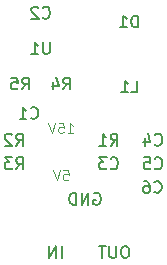
<source format=gbo>
%TF.GenerationSoftware,KiCad,Pcbnew,(5.1.7)-1*%
%TF.CreationDate,2022-01-04T16:45:12+01:00*%
%TF.ProjectId,psu-module-positive,7073752d-6d6f-4647-956c-652d706f7369,rev?*%
%TF.SameCoordinates,Original*%
%TF.FileFunction,Legend,Bot*%
%TF.FilePolarity,Positive*%
%FSLAX46Y46*%
G04 Gerber Fmt 4.6, Leading zero omitted, Abs format (unit mm)*
G04 Created by KiCad (PCBNEW (5.1.7)-1) date 2022-01-04 16:45:12*
%MOMM*%
%LPD*%
G01*
G04 APERTURE LIST*
%ADD10C,0.125000*%
%ADD11C,0.150000*%
%ADD12C,1.200000*%
%ADD13R,1.700000X1.700000*%
%ADD14O,1.700000X1.700000*%
G04 APERTURE END LIST*
D10*
X20661904Y-21034523D02*
X21066666Y-21034523D01*
X21107142Y-21439285D01*
X21066666Y-21398809D01*
X20985714Y-21358333D01*
X20783333Y-21358333D01*
X20702380Y-21398809D01*
X20661904Y-21439285D01*
X20621428Y-21520238D01*
X20621428Y-21722619D01*
X20661904Y-21803571D01*
X20702380Y-21844047D01*
X20783333Y-21884523D01*
X20985714Y-21884523D01*
X21066666Y-21844047D01*
X21107142Y-21803571D01*
X20378571Y-21034523D02*
X20095238Y-21884523D01*
X19811904Y-21034523D01*
X21026190Y-17884523D02*
X21511904Y-17884523D01*
X21269047Y-17884523D02*
X21269047Y-17034523D01*
X21350000Y-17155952D01*
X21430952Y-17236904D01*
X21511904Y-17277380D01*
X20257142Y-17034523D02*
X20661904Y-17034523D01*
X20702380Y-17439285D01*
X20661904Y-17398809D01*
X20580952Y-17358333D01*
X20378571Y-17358333D01*
X20297619Y-17398809D01*
X20257142Y-17439285D01*
X20216666Y-17520238D01*
X20216666Y-17722619D01*
X20257142Y-17803571D01*
X20297619Y-17844047D01*
X20378571Y-17884523D01*
X20580952Y-17884523D01*
X20661904Y-17844047D01*
X20702380Y-17803571D01*
X19973809Y-17034523D02*
X19690476Y-17884523D01*
X19407142Y-17034523D01*
D11*
X20523809Y-28452380D02*
X20523809Y-27452380D01*
X20047619Y-28452380D02*
X20047619Y-27452380D01*
X19476190Y-28452380D01*
X19476190Y-27452380D01*
X26000000Y-27452380D02*
X25809523Y-27452380D01*
X25714285Y-27500000D01*
X25619047Y-27595238D01*
X25571428Y-27785714D01*
X25571428Y-28119047D01*
X25619047Y-28309523D01*
X25714285Y-28404761D01*
X25809523Y-28452380D01*
X26000000Y-28452380D01*
X26095238Y-28404761D01*
X26190476Y-28309523D01*
X26238095Y-28119047D01*
X26238095Y-27785714D01*
X26190476Y-27595238D01*
X26095238Y-27500000D01*
X26000000Y-27452380D01*
X25142857Y-27452380D02*
X25142857Y-28261904D01*
X25095238Y-28357142D01*
X25047619Y-28404761D01*
X24952380Y-28452380D01*
X24761904Y-28452380D01*
X24666666Y-28404761D01*
X24619047Y-28357142D01*
X24571428Y-28261904D01*
X24571428Y-27452380D01*
X24238095Y-27452380D02*
X23666666Y-27452380D01*
X23952380Y-28452380D02*
X23952380Y-27452380D01*
X23261904Y-23000000D02*
X23357142Y-22952380D01*
X23500000Y-22952380D01*
X23642857Y-23000000D01*
X23738095Y-23095238D01*
X23785714Y-23190476D01*
X23833333Y-23380952D01*
X23833333Y-23523809D01*
X23785714Y-23714285D01*
X23738095Y-23809523D01*
X23642857Y-23904761D01*
X23500000Y-23952380D01*
X23404761Y-23952380D01*
X23261904Y-23904761D01*
X23214285Y-23857142D01*
X23214285Y-23523809D01*
X23404761Y-23523809D01*
X22785714Y-23952380D02*
X22785714Y-22952380D01*
X22214285Y-23952380D01*
X22214285Y-22952380D01*
X21738095Y-23952380D02*
X21738095Y-22952380D01*
X21500000Y-22952380D01*
X21357142Y-23000000D01*
X21261904Y-23095238D01*
X21214285Y-23190476D01*
X21166666Y-23380952D01*
X21166666Y-23523809D01*
X21214285Y-23714285D01*
X21261904Y-23809523D01*
X21357142Y-23904761D01*
X21500000Y-23952380D01*
X21738095Y-23952380D01*
X17166666Y-14202380D02*
X17500000Y-13726190D01*
X17738095Y-14202380D02*
X17738095Y-13202380D01*
X17357142Y-13202380D01*
X17261904Y-13250000D01*
X17214285Y-13297619D01*
X17166666Y-13392857D01*
X17166666Y-13535714D01*
X17214285Y-13630952D01*
X17261904Y-13678571D01*
X17357142Y-13726190D01*
X17738095Y-13726190D01*
X16261904Y-13202380D02*
X16738095Y-13202380D01*
X16785714Y-13678571D01*
X16738095Y-13630952D01*
X16642857Y-13583333D01*
X16404761Y-13583333D01*
X16309523Y-13630952D01*
X16261904Y-13678571D01*
X16214285Y-13773809D01*
X16214285Y-14011904D01*
X16261904Y-14107142D01*
X16309523Y-14154761D01*
X16404761Y-14202380D01*
X16642857Y-14202380D01*
X16738095Y-14154761D01*
X16785714Y-14107142D01*
X20666666Y-14202380D02*
X21000000Y-13726190D01*
X21238095Y-14202380D02*
X21238095Y-13202380D01*
X20857142Y-13202380D01*
X20761904Y-13250000D01*
X20714285Y-13297619D01*
X20666666Y-13392857D01*
X20666666Y-13535714D01*
X20714285Y-13630952D01*
X20761904Y-13678571D01*
X20857142Y-13726190D01*
X21238095Y-13726190D01*
X19809523Y-13535714D02*
X19809523Y-14202380D01*
X20047619Y-13154761D02*
X20285714Y-13869047D01*
X19666666Y-13869047D01*
X24666666Y-20857142D02*
X24714285Y-20904761D01*
X24857142Y-20952380D01*
X24952380Y-20952380D01*
X25095238Y-20904761D01*
X25190476Y-20809523D01*
X25238095Y-20714285D01*
X25285714Y-20523809D01*
X25285714Y-20380952D01*
X25238095Y-20190476D01*
X25190476Y-20095238D01*
X25095238Y-20000000D01*
X24952380Y-19952380D01*
X24857142Y-19952380D01*
X24714285Y-20000000D01*
X24666666Y-20047619D01*
X24333333Y-19952380D02*
X23714285Y-19952380D01*
X24047619Y-20333333D01*
X23904761Y-20333333D01*
X23809523Y-20380952D01*
X23761904Y-20428571D01*
X23714285Y-20523809D01*
X23714285Y-20761904D01*
X23761904Y-20857142D01*
X23809523Y-20904761D01*
X23904761Y-20952380D01*
X24190476Y-20952380D01*
X24285714Y-20904761D01*
X24333333Y-20857142D01*
X24666666Y-18952380D02*
X25000000Y-18476190D01*
X25238095Y-18952380D02*
X25238095Y-17952380D01*
X24857142Y-17952380D01*
X24761904Y-18000000D01*
X24714285Y-18047619D01*
X24666666Y-18142857D01*
X24666666Y-18285714D01*
X24714285Y-18380952D01*
X24761904Y-18428571D01*
X24857142Y-18476190D01*
X25238095Y-18476190D01*
X23714285Y-18952380D02*
X24285714Y-18952380D01*
X24000000Y-18952380D02*
X24000000Y-17952380D01*
X24095238Y-18095238D01*
X24190476Y-18190476D01*
X24285714Y-18238095D01*
X16666666Y-18952380D02*
X17000000Y-18476190D01*
X17238095Y-18952380D02*
X17238095Y-17952380D01*
X16857142Y-17952380D01*
X16761904Y-18000000D01*
X16714285Y-18047619D01*
X16666666Y-18142857D01*
X16666666Y-18285714D01*
X16714285Y-18380952D01*
X16761904Y-18428571D01*
X16857142Y-18476190D01*
X17238095Y-18476190D01*
X16285714Y-18047619D02*
X16238095Y-18000000D01*
X16142857Y-17952380D01*
X15904761Y-17952380D01*
X15809523Y-18000000D01*
X15761904Y-18047619D01*
X15714285Y-18142857D01*
X15714285Y-18238095D01*
X15761904Y-18380952D01*
X16333333Y-18952380D01*
X15714285Y-18952380D01*
X16666666Y-20952380D02*
X17000000Y-20476190D01*
X17238095Y-20952380D02*
X17238095Y-19952380D01*
X16857142Y-19952380D01*
X16761904Y-20000000D01*
X16714285Y-20047619D01*
X16666666Y-20142857D01*
X16666666Y-20285714D01*
X16714285Y-20380952D01*
X16761904Y-20428571D01*
X16857142Y-20476190D01*
X17238095Y-20476190D01*
X16333333Y-19952380D02*
X15714285Y-19952380D01*
X16047619Y-20333333D01*
X15904761Y-20333333D01*
X15809523Y-20380952D01*
X15761904Y-20428571D01*
X15714285Y-20523809D01*
X15714285Y-20761904D01*
X15761904Y-20857142D01*
X15809523Y-20904761D01*
X15904761Y-20952380D01*
X16190476Y-20952380D01*
X16285714Y-20904761D01*
X16333333Y-20857142D01*
X28366666Y-22857142D02*
X28414285Y-22904761D01*
X28557142Y-22952380D01*
X28652380Y-22952380D01*
X28795238Y-22904761D01*
X28890476Y-22809523D01*
X28938095Y-22714285D01*
X28985714Y-22523809D01*
X28985714Y-22380952D01*
X28938095Y-22190476D01*
X28890476Y-22095238D01*
X28795238Y-22000000D01*
X28652380Y-21952380D01*
X28557142Y-21952380D01*
X28414285Y-22000000D01*
X28366666Y-22047619D01*
X27509523Y-21952380D02*
X27700000Y-21952380D01*
X27795238Y-22000000D01*
X27842857Y-22047619D01*
X27938095Y-22190476D01*
X27985714Y-22380952D01*
X27985714Y-22761904D01*
X27938095Y-22857142D01*
X27890476Y-22904761D01*
X27795238Y-22952380D01*
X27604761Y-22952380D01*
X27509523Y-22904761D01*
X27461904Y-22857142D01*
X27414285Y-22761904D01*
X27414285Y-22523809D01*
X27461904Y-22428571D01*
X27509523Y-22380952D01*
X27604761Y-22333333D01*
X27795238Y-22333333D01*
X27890476Y-22380952D01*
X27938095Y-22428571D01*
X27985714Y-22523809D01*
X28416666Y-20857142D02*
X28464285Y-20904761D01*
X28607142Y-20952380D01*
X28702380Y-20952380D01*
X28845238Y-20904761D01*
X28940476Y-20809523D01*
X28988095Y-20714285D01*
X29035714Y-20523809D01*
X29035714Y-20380952D01*
X28988095Y-20190476D01*
X28940476Y-20095238D01*
X28845238Y-20000000D01*
X28702380Y-19952380D01*
X28607142Y-19952380D01*
X28464285Y-20000000D01*
X28416666Y-20047619D01*
X27511904Y-19952380D02*
X27988095Y-19952380D01*
X28035714Y-20428571D01*
X27988095Y-20380952D01*
X27892857Y-20333333D01*
X27654761Y-20333333D01*
X27559523Y-20380952D01*
X27511904Y-20428571D01*
X27464285Y-20523809D01*
X27464285Y-20761904D01*
X27511904Y-20857142D01*
X27559523Y-20904761D01*
X27654761Y-20952380D01*
X27892857Y-20952380D01*
X27988095Y-20904761D01*
X28035714Y-20857142D01*
X26988095Y-8952380D02*
X26988095Y-7952380D01*
X26750000Y-7952380D01*
X26607142Y-8000000D01*
X26511904Y-8095238D01*
X26464285Y-8190476D01*
X26416666Y-8380952D01*
X26416666Y-8523809D01*
X26464285Y-8714285D01*
X26511904Y-8809523D01*
X26607142Y-8904761D01*
X26750000Y-8952380D01*
X26988095Y-8952380D01*
X25464285Y-8952380D02*
X26035714Y-8952380D01*
X25750000Y-8952380D02*
X25750000Y-7952380D01*
X25845238Y-8095238D01*
X25940476Y-8190476D01*
X26035714Y-8238095D01*
X28416666Y-18857142D02*
X28464285Y-18904761D01*
X28607142Y-18952380D01*
X28702380Y-18952380D01*
X28845238Y-18904761D01*
X28940476Y-18809523D01*
X28988095Y-18714285D01*
X29035714Y-18523809D01*
X29035714Y-18380952D01*
X28988095Y-18190476D01*
X28940476Y-18095238D01*
X28845238Y-18000000D01*
X28702380Y-17952380D01*
X28607142Y-17952380D01*
X28464285Y-18000000D01*
X28416666Y-18047619D01*
X27559523Y-18285714D02*
X27559523Y-18952380D01*
X27797619Y-17904761D02*
X28035714Y-18619047D01*
X27416666Y-18619047D01*
X18916666Y-8107142D02*
X18964285Y-8154761D01*
X19107142Y-8202380D01*
X19202380Y-8202380D01*
X19345238Y-8154761D01*
X19440476Y-8059523D01*
X19488095Y-7964285D01*
X19535714Y-7773809D01*
X19535714Y-7630952D01*
X19488095Y-7440476D01*
X19440476Y-7345238D01*
X19345238Y-7250000D01*
X19202380Y-7202380D01*
X19107142Y-7202380D01*
X18964285Y-7250000D01*
X18916666Y-7297619D01*
X18535714Y-7297619D02*
X18488095Y-7250000D01*
X18392857Y-7202380D01*
X18154761Y-7202380D01*
X18059523Y-7250000D01*
X18011904Y-7297619D01*
X17964285Y-7392857D01*
X17964285Y-7488095D01*
X18011904Y-7630952D01*
X18583333Y-8202380D01*
X17964285Y-8202380D01*
X17916666Y-16607142D02*
X17964285Y-16654761D01*
X18107142Y-16702380D01*
X18202380Y-16702380D01*
X18345238Y-16654761D01*
X18440476Y-16559523D01*
X18488095Y-16464285D01*
X18535714Y-16273809D01*
X18535714Y-16130952D01*
X18488095Y-15940476D01*
X18440476Y-15845238D01*
X18345238Y-15750000D01*
X18202380Y-15702380D01*
X18107142Y-15702380D01*
X17964285Y-15750000D01*
X17916666Y-15797619D01*
X16964285Y-16702380D02*
X17535714Y-16702380D01*
X17250000Y-16702380D02*
X17250000Y-15702380D01*
X17345238Y-15845238D01*
X17440476Y-15940476D01*
X17535714Y-15988095D01*
X19511904Y-10202380D02*
X19511904Y-11011904D01*
X19464285Y-11107142D01*
X19416666Y-11154761D01*
X19321428Y-11202380D01*
X19130952Y-11202380D01*
X19035714Y-11154761D01*
X18988095Y-11107142D01*
X18940476Y-11011904D01*
X18940476Y-10202380D01*
X17940476Y-11202380D02*
X18511904Y-11202380D01*
X18226190Y-11202380D02*
X18226190Y-10202380D01*
X18321428Y-10345238D01*
X18416666Y-10440476D01*
X18511904Y-10488095D01*
X26416666Y-14452380D02*
X26892857Y-14452380D01*
X26892857Y-13452380D01*
X25559523Y-14452380D02*
X26130952Y-14452380D01*
X25845238Y-14452380D02*
X25845238Y-13452380D01*
X25940476Y-13595238D01*
X26035714Y-13690476D01*
X26130952Y-13738095D01*
%LPC*%
D12*
X22000000Y-20500000D03*
X19000000Y-20500000D03*
X22000000Y-18500000D03*
X19000000Y-18500000D03*
D13*
X25040000Y-25750000D03*
D14*
X22500000Y-25750000D03*
X19960000Y-25750000D03*
M02*

</source>
